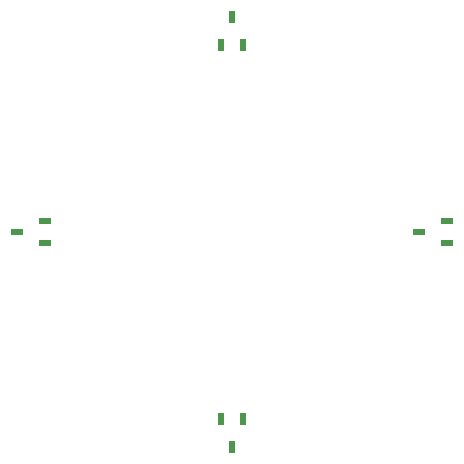
<source format=gbr>
%TF.GenerationSoftware,Altium Limited,Altium Designer,21.6.4 (81)*%
G04 Layer_Color=128*
%FSLAX43Y43*%
%MOMM*%
%TF.SameCoordinates,7E1728C7-8053-4159-852C-9F5DCDCDAABE*%
%TF.FilePolarity,Positive*%
%TF.FileFunction,Paste,Bot*%
%TF.Part,Single*%
G01*
G75*
%TA.AperFunction,SMDPad,CuDef*%
%ADD19R,0.600X1.000*%
%ADD20R,1.000X0.600*%
D19*
X-950Y-15800D02*
D03*
X950D02*
D03*
X0Y-18200D02*
D03*
X950Y15800D02*
D03*
X-950D02*
D03*
X0Y18200D02*
D03*
D20*
X-15800Y950D02*
D03*
Y-950D02*
D03*
X-18200Y0D02*
D03*
X18200Y950D02*
D03*
Y-950D02*
D03*
X15800Y0D02*
D03*
%TF.MD5,09f94ce19e134eb6e49d344b088f3326*%
M02*

</source>
